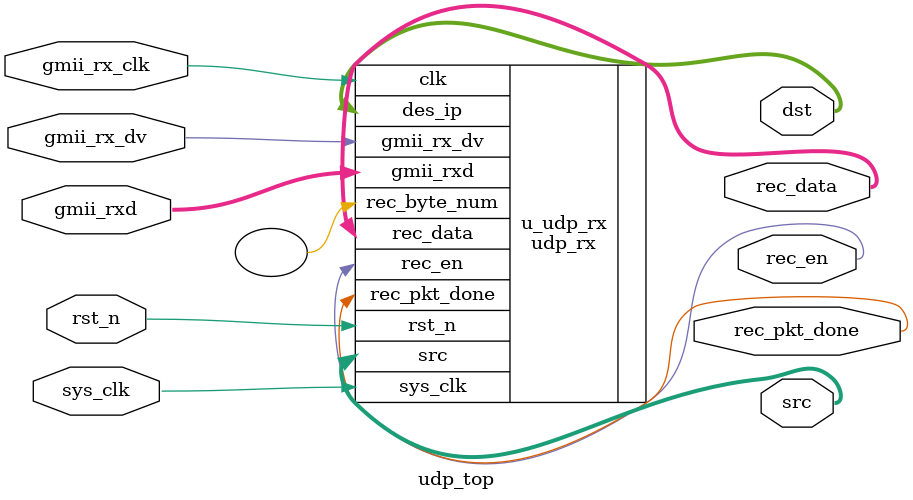
<source format=v>
module udp_top(
    input              sys_clk,
    input                rst_n       , //¸´Î»ÐÅºÅ£¬µÍµçÆ½ÓÐÐ§
    //GMII½Ó¿Ú
    input                gmii_rx_clk , //GMII½ÓÊÕÊý¾ÝÊ±ÖÓ
    input                gmii_rx_dv  , //GMIIÊäÈëÊý¾ÝÓÐÐ§ÐÅºÅ
    input        [7:0]   gmii_rxd    , //GMIIÊäÈëÊý¾Ý

    //ÓÃ»§½Ó¿Ú
    output               rec_pkt_done, //ÒÔÌ«Íøµ¥°üÊý¾Ý½ÓÊÕÍê³ÉÐÅºÅ
    output               rec_en      , //ÒÔÌ«Íø½ÓÊÕµÄÊý¾ÝÊ¹ÄÜÐÅºÅ
    output       [31:0]  rec_data    , //ÒÔÌ«Íø½ÓÊÕµÄÊý¾Ý
     
    output       [31:0]  src         , 
    output       [31:0]  dst   
    );


//*****************************************************
//**                    main code
//*****************************************************

//ÒÔÌ«Íø½ÓÊÕÄ£¿é    
udp_rx 
   u_udp_rx(
    .sys_clk   (sys_clk),            //Íâ²¿50MÊ±ÖÓ
    .clk             (gmii_rx_clk ),        
    .rst_n           (rst_n       ),             
    .gmii_rx_dv      (gmii_rx_dv  ),                                 
    .gmii_rxd        (gmii_rxd    ),       
    .rec_pkt_done    (rec_pkt_done),      
    .rec_en          (rec_en      ),            
    .rec_data        (rec_data    ),
    .des_ip             (dst         ),
    .src             (src         ),          
    .rec_byte_num    ()       
    );                                    



endmodule
</source>
